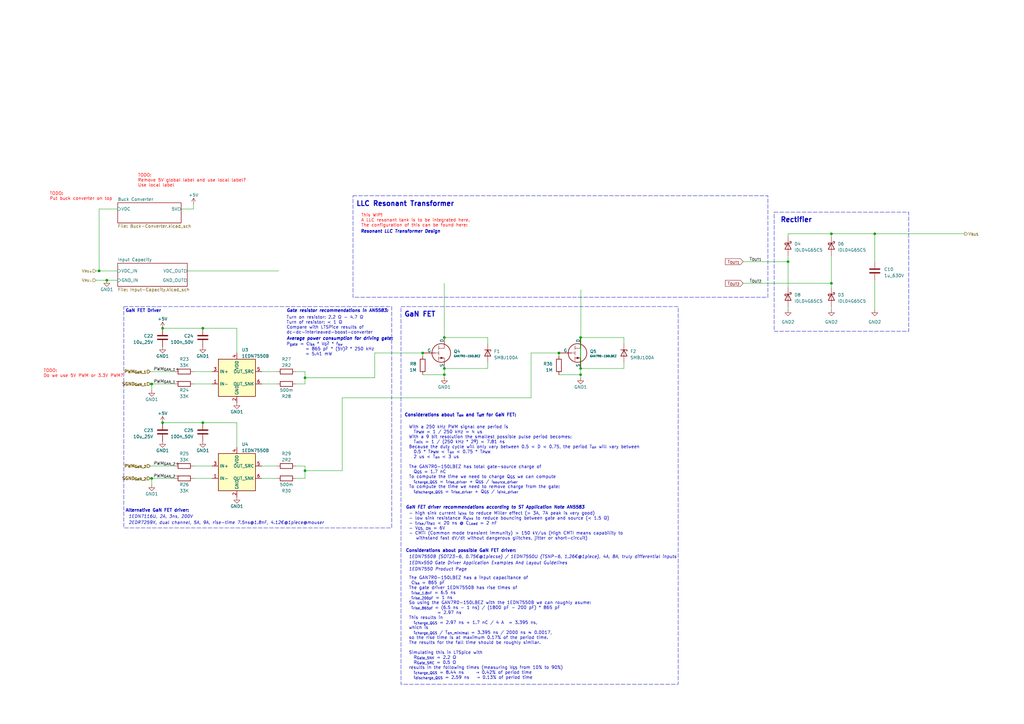
<source format=kicad_sch>
(kicad_sch (version 20231120) (generator "eeschema") (generator_version "8.0")
  (paper "A3")
  (lib_symbols
    (symbol "_C_0603:100n_50V" (pin_numbers hide) (pin_names (offset 0.254))
      (property "Reference" "C" (at 0.635 2.54 0))
      (property "Value" "100n_50V" (at 0.635 -2.54 0))
      (symbol "100n_50V_0_1"
        (polyline (pts (xy -2.032 -0.762) (xy 2.032 -0.762)) (stroke (width 0.508)))
        (polyline (pts (xy -2.032 0.762) (xy 2.032 0.762)) (stroke (width 0.508)))
      )
      (symbol "100n_50V_1_1"
        (pin passive line (at 0 3.81 270) (length 2.794) (name "~") (number "1"))
        (pin passive line (at 0 -3.81 90) (length 2.794) (name "~") (number "2"))
      )
    )
    (symbol "_C_0805:10u_25V" (pin_numbers hide) (pin_names (offset 0.254))
      (property "Reference" "C" (at 0.635 2.54 0))
      (property "Value" "10u_25V" (at 0.635 -2.54 0))
      (symbol "10u_25V_0_1"
        (polyline (pts (xy -2.032 -0.762) (xy 2.032 -0.762)) (stroke (width 0.508)))
        (polyline (pts (xy -2.032 0.762) (xy 2.032 0.762)) (stroke (width 0.508)))
      )
      (symbol "10u_25V_1_1"
        (pin passive line (at 0 3.81 270) (length 2.794) (name "~") (number "1"))
        (pin passive line (at 0 -3.81 90) (length 2.794) (name "~") (number "2"))
      )
    )
    (symbol "_C_Film:1u_630V" (pin_numbers hide) (pin_names (offset 0.254))
      (property "Reference" "C" (at 0.635 2.54 0))
      (property "Value" "1u_630V" (at 0.635 -2.54 0))
      (symbol "1u_630V_0_1"
        (polyline (pts (xy -2.032 -0.762) (xy 2.032 -0.762)) (stroke (width 0.508)))
        (polyline (pts (xy -2.032 0.762) (xy 2.032 0.762)) (stroke (width 0.508)))
      )
      (symbol "1u_630V_1_1"
        (pin passive line (at 0 3.81 270) (length 2.794) (name "~") (number "1"))
        (pin passive line (at 0 -3.81 90) (length 2.794) (name "~") (number "2"))
      )
    )
    (symbol "_Diode_Schottky:IDL04G65C5" (pin_numbers hide) (pin_names (offset 1.016) hide)
      (property "Reference" "D" (at 0 2.54 0))
      (property "Value" "IDL04G65C5" (at 0 -2.54 0))
      (symbol "IDL04G65C5_0_1"
        (polyline (pts (xy 1.27 0) (xy -1.27 0)))
        (polyline (pts (xy 1.27 1.27) (xy 1.27 -1.27) (xy -1.27 0) (xy 1.27 1.27)) (stroke (width 0.254)))
        (polyline (pts (xy -1.905 0.635) (xy -1.905 1.27) (xy -1.27 1.27) (xy -1.27 -1.27) (xy -0.635 -1.27) (xy -0.635 -0.635)) (stroke (width 0.254)))
      )
      (symbol "IDL04G65C5_1_1"
        (pin passive line (at -3.81 0 0) (length 2.54) (name "K") (number "1"))
        (pin passive line (at 3.81 0 180) (length 2.54) (name "A") (number "2"))
      )
    )
    (symbol "_Diode_TVS:SMBJ100A" (pin_numbers hide) (pin_names (offset 1.016) hide)
      (property "Reference" "F" (at 0 2.54 0))
      (property "Value" "SMBJ100A" (at 0 -2.54 0))
      (symbol "SMBJ100A_0_1"
        (polyline (pts (xy 1.27 0) (xy -1.27 0)))
        (polyline (pts (xy -1.27 -1.27) (xy -1.27 1.27) (xy -0.762 1.27)) (stroke (width 0.254)))
        (polyline (pts (xy 1.27 -1.27) (xy 1.27 1.27) (xy -1.27 0) (xy 1.27 -1.27)) (stroke (width 0.254)))
      )
      (symbol "SMBJ100A_1_1"
        (pin passive line (at -3.81 0 0) (length 2.54) (name "K") (number "1"))
        (pin passive line (at 3.81 0 180) (length 2.54) (name "A") (number "2"))
      )
    )
    (symbol "_Driver_FET:1EDN7550B"
      (property "Reference" "U" (at -7.62 8.89 0))
      (property "Value" "1EDN7550B" (at 1.27 8.89 0))
      (symbol "1EDN7550B_0_1"
        (rectangle (start -7.62 -7.62) (end 7.62 7.62) (stroke (width 0.254)) (fill (type background)))
      )
      (symbol "1EDN7550B_1_1"
        (pin input line (at -10.16 -2.54 0) (length 2.54) (name "IN-") (number "1"))
        (pin power_in line (at 0 -10.16 90) (length 2.54) (name "GND") (number "2"))
        (pin input line (at -10.16 2.54 0) (length 2.54) (name "IN+") (number "3"))
        (pin power_in line (at 0 10.16 270) (length 2.54) (name "VDD") (number "4"))
        (pin output line (at 10.16 2.54 180) (length 2.54) (name "OUT_SRC") (number "5"))
        (pin output line (at 10.16 -2.54 180) (length 2.54) (name "OUT_SNK") (number "6"))
      )
    )
    (symbol "_R_0603:1M" (pin_numbers hide) (pin_names (offset 0))
      (property "Reference" "R" (at 2.032 0 90))
      (property "Value" "1M" (at 0 0 90))
      (symbol "1M_0_1"
        (rectangle (start -1.016 -2.54) (end 1.016 2.54) (stroke (width 0.254)))
      )
      (symbol "1M_1_1"
        (pin passive line (at 0 3.81 270) (length 1.27) (name "~") (number "1"))
        (pin passive line (at 0 -3.81 90) (length 1.27) (name "~") (number "2"))
      )
    )
    (symbol "_R_0603:2R2" (pin_numbers hide) (pin_names (offset 0))
      (property "Reference" "R" (at 2.032 0 90))
      (property "Value" "2R2" (at 0 0 90))
      (symbol "2R2_0_1"
        (rectangle (start -1.016 -2.54) (end 1.016 2.54) (stroke (width 0.254)))
      )
      (symbol "2R2_1_1"
        (pin passive line (at 0 3.81 270) (length 1.27) (name "~") (number "1"))
        (pin passive line (at 0 -3.81 90) (length 1.27) (name "~") (number "2"))
      )
    )
    (symbol "_R_0603:33K" (pin_numbers hide) (pin_names (offset 0))
      (property "Reference" "R" (at 2.032 0 90))
      (property "Value" "33K" (at 0 0 90))
      (symbol "33K_0_1"
        (rectangle (start -1.016 -2.54) (end 1.016 2.54) (stroke (width 0.254)))
      )
      (symbol "33K_1_1"
        (pin passive line (at 0 3.81 270) (length 1.27) (name "~") (number "1"))
        (pin passive line (at 0 -3.81 90) (length 1.27) (name "~") (number "2"))
      )
    )
    (symbol "_R_0603:500m" (pin_numbers hide) (pin_names (offset 0))
      (property "Reference" "R" (at 2.032 0 90))
      (property "Value" "500m" (at 0 0 90))
      (symbol "500m_0_1"
        (rectangle (start -1.016 -2.54) (end 1.016 2.54) (stroke (width 0.254)))
      )
      (symbol "500m_1_1"
        (pin passive line (at 0 3.81 270) (length 1.27) (name "~") (number "1"))
        (pin passive line (at 0 -3.81 90) (length 1.27) (name "~") (number "2"))
      )
    )
    (symbol "_Transistor_FET:GAN7R0-150LBEZ" (pin_numbers hide) (pin_names (offset 0))
      (property "Reference" "Q" (at 5.715 0.635 0))
      (property "Value" "GAN7R0-150LBEZ" (at 5.715 -1.905 0))
      (symbol "GAN7R0-150LBEZ_0_1"
        (polyline (pts (xy -0.762 0) (xy 0.254 0)))
        (polyline (pts (xy 0.254 3.048) (xy 0.254 -3.302)) (stroke (width 0) (type dash)))
        (polyline (pts (xy 2.54 -3.302) (xy 2.54 -3.81)))
        (polyline (pts (xy 2.54 3.048) (xy 2.54 3.556)))
        (polyline (pts (xy 2.54 -3.302) (xy 2.54 -2.032) (xy 0.254 -2.032)))
        (polyline (pts (xy 2.54 3.048) (xy 2.54 1.905) (xy 0.254 1.905)))
        (polyline (pts (xy 2.032 -2.032) (xy 1.016 -1.651) (xy 1.016 -2.413) (xy 2.032 -2.032)) (fill (type outline)))
        (circle (center 1.27 0) (radius 3.8185) (stroke (width 0.254)))
      )
      (symbol "GAN7R0-150LBEZ_1_1"
        (pin passive line (at 2.54 6.35 270) (length 2.54) (name "D") (number "1"))
        (pin input line (at -6.35 0 0) (length 5.334) (name "G") (number "2"))
        (pin passive line (at 2.54 -6.35 90) (length 2.54) (name "S") (number "3"))
      )
    )
    (symbol "power:+5V" (power) (pin_names (offset 0))
      (property "Value" "+5V" (at 0 3.556 0))
      (symbol "+5V_0_1"
        (polyline (pts (xy -0.762 1.27) (xy 0 2.54)))
        (polyline (pts (xy 0 0) (xy 0 2.54)))
        (polyline (pts (xy 0 2.54) (xy 0.762 1.27)))
      )
      (symbol "+5V_1_1"
        (pin power_in line (at 0 0 90) (length 0) hide (name "+5V") (number "1"))
      )
    )
    (symbol "power:GND1" (power) (pin_names (offset 0))
      (property "Value" "GND1" (at 0 -3.81 0))
      (symbol "GND1_0_1"
        (polyline (pts (xy 0 0) (xy 0 -1.27) (xy 1.27 -1.27) (xy 0 -2.54) (xy -1.27 -1.27) (xy 0 -1.27)))
      )
      (symbol "GND1_1_1"
        (pin power_in line (at 0 0 270) (length 0) hide (name "GND1") (number "1"))
      )
    )
    (symbol "power:GND2" (power) (pin_names (offset 0))
      (property "Value" "GND2" (at 0 -3.81 0))
      (symbol "GND2_0_1"
        (polyline (pts (xy 0 0) (xy 0 -1.27) (xy 1.27 -1.27) (xy 0 -2.54) (xy -1.27 -1.27) (xy 0 -1.27)))
      )
      (symbol "GND2_1_1"
        (pin power_in line (at 0 0 270) (length 0) hide (name "GND2") (number "1"))
      )
    )
  )
  (junction (at 238.125 153.67))
  (junction (at 229.235 144.78))
  (junction (at 43.815 114.935))
  (junction (at 340.995 95.885))
  (junction (at 182.245 153.67))
  (junction (at 66.675 173.355))
  (junction (at 182.245 138.43))
  (junction (at 62.23 196.215))
  (junction (at 62.23 157.48))
  (junction (at 358.775 95.885))
  (junction (at 323.215 107.315))
  (junction (at 173.355 144.78))
  (junction (at 238.125 138.43))
  (junction (at 125.095 193.04))
  (junction (at 125.095 154.94))
  (junction (at 83.185 134.62))
  (junction (at 66.675 134.62))
  (junction (at 182.245 151.13))
  (junction (at 40.64 111.125))
  (junction (at 83.185 173.355))
  (junction (at 340.995 116.205))
  (junction (at 238.125 151.13))
  (wire (pts (xy 323.215 95.885) (xy 323.215 97.155)))
  (wire (pts (xy 61.595 191.135) (xy 71.755 191.135)))
  (wire (pts (xy 323.215 107.315) (xy 323.215 104.775)))
  (wire (pts (xy 238.252 151.257) (xy 237.998 151.257)))
  (wire (pts (xy 153.67 144.78) (xy 153.67 154.94)))
  (wire (pts (xy 340.995 116.205) (xy 340.995 118.11)))
  (wire (pts (xy 238.252 118.872) (xy 238.252 151.257)))
  (wire (pts (xy 358.775 95.885) (xy 358.775 107.315)))
  (wire (pts (xy 79.375 83.82) (xy 79.375 85.725)))
  (wire (pts (xy 79.375 191.135) (xy 86.995 191.135)))
  (wire (pts (xy 97.155 134.62) (xy 97.155 144.78)))
  (wire (pts (xy 200.025 140.97) (xy 200.025 138.43)))
  (wire (pts (xy 200.025 138.43) (xy 182.245 138.43)))
  (wire (pts (xy 182.245 154.94) (xy 182.245 153.67)))
  (wire (pts (xy 61.595 152.4) (xy 71.755 152.4)))
  (wire (pts (xy 107.315 196.215) (xy 113.665 196.215)))
  (wire (pts (xy 182.245 116.205) (xy 182.245 138.43)))
  (wire (pts (xy 173.355 144.78) (xy 173.355 146.05)))
  (wire (pts (xy 340.995 95.885) (xy 358.775 95.885)))
  (wire (pts (xy 182.245 151.13) (xy 200.025 151.13)))
  (wire (pts (xy 340.995 125.73) (xy 340.995 127)))
  (wire (pts (xy 107.315 191.135) (xy 113.665 191.135)))
  (wire (pts (xy 238.125 151.13) (xy 255.905 151.13)))
  (wire (pts (xy 323.215 107.315) (xy 323.215 118.11)))
  (wire (pts (xy 40.64 85.725) (xy 48.26 85.725)))
  (wire (pts (xy 79.375 157.48) (xy 86.995 157.48)))
  (wire (pts (xy 107.315 152.4) (xy 113.665 152.4)))
  (wire (pts (xy 83.185 173.355) (xy 97.155 173.355)))
  (wire (pts (xy 125.095 154.94) (xy 125.095 157.48)))
  (wire (pts (xy 121.285 191.135) (xy 125.095 191.135)))
  (wire (pts (xy 255.905 138.43) (xy 255.905 140.97)))
  (wire (pts (xy 217.805 163.195) (xy 217.805 144.78)))
  (wire (pts (xy 121.285 152.4) (xy 125.095 152.4)))
  (wire (pts (xy 62.23 157.48) (xy 61.595 157.48)))
  (wire (pts (xy 125.095 193.04) (xy 125.095 196.215)))
  (wire (pts (xy 66.675 134.62) (xy 83.185 134.62)))
  (wire (pts (xy 237.998 151.257) (xy 237.998 138.43)))
  (wire (pts (xy 97.155 173.355) (xy 97.155 183.515)))
  (wire (pts (xy 125.095 191.135) (xy 125.095 193.04)))
  (wire (pts (xy 40.64 111.125) (xy 48.26 111.125)))
  (wire (pts (xy 304.8 116.205) (xy 340.995 116.205)))
  (wire (pts (xy 83.185 134.62) (xy 97.155 134.62)))
  (wire (pts (xy 125.095 193.04) (xy 140.335 193.04)))
  (wire (pts (xy 323.215 125.73) (xy 323.215 127)))
  (wire (pts (xy 79.375 152.4) (xy 86.995 152.4)))
  (wire (pts (xy 121.285 196.215) (xy 125.095 196.215)))
  (wire (pts (xy 173.355 153.67) (xy 182.245 153.67)))
  (wire (pts (xy 125.095 154.94) (xy 125.095 152.4)))
  (wire (pts (xy 107.315 157.48) (xy 113.665 157.48)))
  (wire (pts (xy 217.805 144.78) (xy 229.235 144.78)))
  (wire (pts (xy 121.285 157.48) (xy 125.095 157.48)))
  (wire (pts (xy 39.37 114.935) (xy 43.815 114.935)))
  (wire (pts (xy 62.23 157.48) (xy 71.755 157.48)))
  (wire (pts (xy 255.905 151.13) (xy 255.905 148.59)))
  (wire (pts (xy 39.37 111.125) (xy 40.64 111.125)))
  (wire (pts (xy 62.23 196.215) (xy 61.595 196.215)))
  (wire (pts (xy 40.64 111.125) (xy 40.64 85.725)))
  (wire (pts (xy 229.235 144.78) (xy 229.235 146.05)))
  (wire (pts (xy 140.335 193.04) (xy 140.335 163.195)))
  (wire (pts (xy 71.755 196.215) (xy 62.23 196.215)))
  (wire (pts (xy 62.23 198.755) (xy 62.23 196.215)))
  (wire (pts (xy 238.125 154.94) (xy 238.125 153.67)))
  (wire (pts (xy 304.8 107.315) (xy 323.215 107.315)))
  (wire (pts (xy 200.025 148.59) (xy 200.025 151.13)))
  (wire (pts (xy 43.815 114.935) (xy 48.26 114.935)))
  (wire (pts (xy 62.23 160.02) (xy 62.23 157.48)))
  (wire (pts (xy 323.215 95.885) (xy 340.995 95.885)))
  (wire (pts (xy 238.125 151.13) (xy 238.125 153.67)))
  (wire (pts (xy 76.835 111.125) (xy 114.3 111.125)))
  (wire (pts (xy 66.675 173.355) (xy 83.185 173.355)))
  (wire (pts (xy 358.775 95.885) (xy 395.605 95.885)))
  (wire (pts (xy 340.995 95.885) (xy 340.995 97.155)))
  (wire (pts (xy 125.095 154.94) (xy 153.67 154.94)))
  (wire (pts (xy 153.67 144.78) (xy 173.355 144.78)))
  (wire (pts (xy 238.125 138.43) (xy 255.905 138.43)))
  (wire (pts (xy 79.375 196.215) (xy 86.995 196.215)))
  (wire (pts (xy 229.235 153.67) (xy 238.125 153.67)))
  (wire (pts (xy 140.335 163.195) (xy 217.805 163.195)))
  (wire (pts (xy 79.375 85.725) (xy 74.295 85.725)))
  (wire (pts (xy 340.995 104.775) (xy 340.995 116.205)))
  (wire (pts (xy 237.998 138.43) (xy 238.125 138.43)))
  (wire (pts (xy 358.775 114.935) (xy 358.775 127)))
  (wire (pts (xy 182.245 153.67) (xy 182.245 151.13)))
  (rectangle (start 317.5 86.995) (end 372.745 135.89) (stroke (width 0) (type dash)))
  (rectangle (start 144.78 80.264) (end 314.96 121.92) (stroke (width 0) (type dash)))
  (rectangle (start 164.465 125.73) (end 278.13 280.67) (stroke (width 0) (type dash)))
  (rectangle (start 50.8 125.73) (end 160.655 216.535) (stroke (width 0) (type dash)))
  (text "Turn on resistor: 2.2 Ω - 4.7 Ω\nTurn of resistor: < 1 Ω\nCompare with LTSPice results of\ndc-dc-interleaved-boost-converter" (at 117.475 137.16 0) (effects (font (size 1.27 1.27)) (justify left bottom)))
  (text "GaN FET" (at 165.735 130.175 0) (effects (font (size 2 2) (bold yes)) (justify left bottom)))
  (text "1EDN7116U, 2A, 3ns, 200V" (at 52.705 212.725 0) (effects (font (size 1.27 1.27) (italic yes)) (justify left bottom)))
  (text "TODO:\nRemove 5V global label and use local label?\nUse local label" (at 56.515 76.835 0) (effects (font (size 1.27 1.27)) (justify left bottom)))
  (text "1EDNx550 Gate Driver Application Examples And Layout Guidelines" (at 167.64 231.775 0) (effects (font (size 1.27 1.27) (italic yes)) (justify left bottom)))
  (text "GaN FET Driver" (at 51.435 128.27 0) (effects (font (size 1.27 1.27) (bold yes)) (justify left bottom)))
  (text "Gate resistor recommendations in AN5583:" (at 117.475 128.27 0) (effects (font (size 1.27 1.27) (thickness 0.254) (bold yes) (italic yes)) (justify left bottom)))
  (text "Rectifier" (at 320.04 91.44 0) (effects (font (size 2 2) (bold yes)) (justify left bottom)))
  (text "Considerations about T_{on} and T_{off} for GaN FET:" (at 165.862 171.069 0) (effects (font (size 1.27 1.27) (thickness 0.254) (bold yes)) (justify left bottom)))
  (text "Resonant LLC Transformer Design" (at 147.828 95.758 0) (effects (font (size 1.27 1.27) (thickness 0.254) (bold yes) (italic yes)) (justify left bottom)))
  (text "TODO:\nPut buck converter on top" (at 20.32 82.296 0) (effects (font (size 1.27 1.27)) (justify left bottom)))
  (text "GaN FET driver recommendations according to ST Application Note AN5583" (at 166.37 208.915 0) (effects (font (size 1.27 1.27) (thickness 0.254) (bold yes) (italic yes)) (justify left bottom)))
  (text "- high sink current I_{sink} to reduce Miller effect (> 3A, 7A peak is very good)\n- low sink resistance R_{sink} to reduce bouncing between gate and source (< 1.5 Ω)\n- t_{rise}/t_{fall} < 20 ns @ C_{Load} = 2 nF\n- V_{GS, ON} = 6V\n- CMTI (Common mode transient immunity) > 150 kV/us (High CMTI means capability to \n   withstand fast dV/dt without dangerous glitches, jitter or short-circuit)" (at 167.64 221.615 0) (effects (font (size 1.27 1.27)) (justify left bottom)))
  (text "Average power consumption for driving gate:" (at 117.475 139.7 0) (effects (font (size 1.27 1.27) (thickness 0.254) (bold yes) (italic yes)) (justify left bottom)))
  (text "The GAN7R0-150LBEZ has a input capacitance of \n C_{iss} = 865 pF\nThe gate driver 1EDN7550B has rise times of\n t_{rise_1.8nF} = 6.5 ns\n t_{rise_200pF} = 1 ns\nSo using the GAN7R0-150LBEZ with the 1EDN7550B we can roughly asume:\n t_{rise_865pf} = (6.5 ns - 1 ns) / (1800 pF - 200 pF) * 865 pF  \n            = 2.97 ns\nThis results in\n  t_{charge_QGS} = 2.97 ns + 1.7 nC / 4 A  = 3.395 ns,\nwhich is\n  t_{charge_QGS} / T_{on_minimal} = 3.395 ns / 2000 ns ≈ 0.0017,\nso the rise time is at maximum 0.17% of the period time.\nThe results for the fall time should be roughly similar.\n\nSimulating this in LTSpice with\n  R_{Gate_SNK} = 2.2 Ω\n  R_{Gate_SRC} = 0.5 Ω\nresults in the following times (measuring V_{GS} from 10% to 90%)\n  t_{charge_QGS} = 8.44 ns     → 0.42% of period time\n  t_{discharge_QGS} = 2.59 ns   → 0.13% of period time" (at 167.64 278.765 0) (effects (font (size 1.27 1.27)) (justify left bottom)))
  (text "Alternative GaN FET driver:" (at 51.435 210.185 0) (effects (font (size 1.27 1.27) (thickness 0.254) (bold yes)) (justify left bottom)))
  (text "TODO:\nDo we use 5V PWM or 3.3V PWM?" (at 17.78 154.94 0) (effects (font (size 1.27 1.27)) (justify left bottom)))
  (text "1EDN7550 Product Page" (at 167.64 234.315 0) (effects (font (size 1.27 1.27) (italic yes)) (justify left bottom)))
  (text "Considerations about possible GaN FET driver:" (at 166.37 226.695 0) (effects (font (size 1.27 1.27) (thickness 0.254) (bold yes)) (justify left bottom)))
  (text "1EDN7550B (SOT23-6, 0.75€@1piecse) / 1EDN7550U (TSNP-6, 1.26€@1piece), 4A, 8A, truly differential inputs" (at 167.64 229.235 0) (effects (font (size 1.27 1.27) (italic yes)) (justify left bottom)))
  (text "P_{gate} = C_{iss} * V_{G}^{2} * f_{sw}\n        = 865 pF * (5V)^{2} * 250 kHz\n        = 5.41 mW" (at 117.475 146.05 0) (effects (font (size 1.27 1.27)) (justify left bottom)))
  (text "LLC Resonant Transformer" (at 146.05 84.836 0) (effects (font (size 2 2) (bold yes)) (justify left bottom)))
  (text "2EDR7259X, dual channel, 5A, 9A, rise-time 7.5ns@1.8nF, 4.12€@1piece@mouser" (at 52.705 215.265 0) (effects (font (size 1.27 1.27) (italic yes)) (justify left bottom)))
  (text "This WIP!\nA LLC resonant tank is to be integrated here.\nThe configuration of this can be found here:" (at 148.082 93.218 0) (effects (font (size 1.27 1.27)) (justify left bottom)))
  (text "With a 250 kHz PWM signal one period is\n  T_{PWM} = 1 / 250 kHz = 4 us\nWith a 9 bit resolution the smallest possible pulse period becomes:\n  T_{min} = 1 / (250 kHz * 2^{9}) = 7.81 ns\nBecause the duty cycle will only vary between 0.5 < D < 0.75, the period T_{on} will vary between\n  0.5 * T_{PWM} < T_{on} < 0.75 * T_{PWM}\n  2 us < T_{on} < 3 us\n\nThe GAN7R0-150LBEZ has total gate-source charge of \n  Q_{GS} = 1.7 nC\nTo compute the time we need to charge Q_{GS} we can compute\n  t_{charge_QGS} = t_{rise_driver} + Q_{GS} / I_{source_driver}\nTo compute the time we need to remove charge from the gate:\n  t_{discharge_QGS} = t_{rise_driver} + Q_{GS} / I_{sink_driver}\n" (at 167.64 202.565 0) (effects (font (size 1.27 1.27)) (justify left bottom)))
  (label "PWM_{GAN_1}+" (at 62.865 152.4 0) (effects (font (italic yes))))
  (label "PWM_{GAN_1}-" (at 62.865 157.48 0) (effects (font (italic yes))))
  (label "PWM_{GAN_2}+" (at 62.865 191.135 0) (effects (font (italic yes))))
  (label "T_{OUT1}" (at 307.34 107.315 0))
  (label "T_{OUT2}" (at 307.34 116.205 0))
  (label "PWM_{GAN_2}-" (at 62.865 196.215 0) (effects (font (italic yes))))
  (global_label "T_{OUT1}" (shape input) (at 304.8 107.315 180) (property "Intersheetrefs" "${INTERSHEET_REFS}" (effects (hide yes))))
  (global_label "T_{OUT2}" (shape input) (at 304.8 116.205 180) (property "Intersheetrefs" "${INTERSHEET_REFS}" (effects (hide yes))))
  (hierarchical_label "V_{PV-}" (shape input) (at 39.37 114.935 180))
  (hierarchical_label "V_{BUS}" (shape output) (at 395.605 95.885 0))
  (hierarchical_label "PWM_{GaN_1}" (shape input) (at 61.595 152.4 180) (effects (font (bold yes))))
  (hierarchical_label "SGND_{GaN_1}" (shape input) (at 61.595 157.48 180) (effects (font (bold yes))))
  (hierarchical_label "V_{PV+}" (shape input) (at 39.37 111.125 180))
  (hierarchical_label "SGND_{GaN_2}" (shape input) (at 61.595 196.215 180) (effects (font (bold yes))))
  (hierarchical_label "PWM_{GaN_2}" (shape input) (at 61.595 191.135 180) (effects (font (bold yes))))
  (symbol (lib_id "_C_0603:100n_50V") (at 83.185 177.165 0) (unit 1)
    (property "Reference" "C25" (at 79.375 176.53 0) (effects (justify right)))
    (property "Value" "100n_50V" (at 79.375 179.07 0) (effects (justify right)))
    (property "Footprint" "Capacitor_SMD:C_0603_1608Metric" (effects (hide yes)))
    (property "OC_MOUSER" "810-CGA3E2X7R1H104K" (effects (hide yes)))
  )
  (symbol (lib_id "_Diode_Schottky:IDL04G65C5") (at 340.995 100.965 270) (unit 1)
    (property "Reference" "D6" (at 343.535 100.0125 90) (effects (justify left)))
    (property "Value" "IDL04G65C5" (at 343.535 102.5525 90) (effects (justify left)))
    (property "Footprint" "OpenCE:D_ThinPAK_8x8" (effects (hide yes)))
    (property "Datasheet" "https://www.infineon.com/dgdl/Infineon-IDL04G65C5-DS-v02_00-en.pdf?fileId=db3a304342e8be2c0143000fb94c146a" (effects (hide yes)))
    (property "MF" "infineon" (effects (hide yes)))
    (property "MPN" "IDL04G65C5" (effects (hide yes)))
    (property "OC_MOUSER" "726-IDL04G65C5XUMA2" (effects (hide yes)))
  )
  (symbol (lib_id "_Driver_FET:1EDN7550B") (at 97.155 193.675 0) (unit 1)
    (property "Reference" "U4" (at 99.1109 182.245 0) (effects (justify left)))
    (property "Value" "1EDN7550B" (at 99.1109 184.785 0) (effects (justify left)))
    (property "Footprint" "Package_TO_SOT_SMD:SOT-23-6" (effects (hide yes)))
    (property "Datasheet" "https://www.infineon.com/dgdl/Infineon-1EDN7550B-DS-v02_00-EN.pdf?fileId=5546d46262b31d2e01635d9799ef264f" (effects (hide yes)))
    (property "MF" "Infineon" (effects (hide yes)))
    (property "MPN" "1EDN7550BXTSA1" (effects (hide yes)))
    (property "OC_LCSC" "C3655822" (effects (hide yes)))
    (property "OC_MOUSER" " 726-1EDN7550BXTSA1 " (effects (hide yes)))
  )
  (symbol (lib_id "_R_0603:33K") (at 75.565 157.48 90) (unit 1)
    (property "Reference" "R24" (at 75.565 160.02 90))
    (property "Value" "33K" (at 75.565 162.56 90))
    (property "Footprint" "Resistor_SMD:R_0603_1608Metric" (effects (hide yes)))
    (property "Datasheet" "https://datasheet.lcsc.com/lcsc/2206010230_UNI-ROYAL-Uniroyal-Elec-0603WAF3302T5E_C4216.pdf" (effects (hide yes)))
    (property "MF" "UNI-ROYAL" (effects (hide yes)))
    (property "MPN" "0603WAF3302T5E" (effects (hide yes)))
    (property "OC_LCSC" "C4216" (effects (hide yes)))
    (property "OC_MOUSER" "603-RT0603BRD0733KL" (effects (hide yes)))
  )
  (symbol (lib_id "_R_0603:500m") (at 117.475 196.215 90) (mirror x) (unit 1)
    (property "Reference" "R30" (at 117.475 201.295 90))
    (property "Value" "500m" (at 117.475 198.755 90))
    (property "Footprint" "Resistor_SMD:R_0603_1608Metric" (effects (hide yes)))
    (property "Datasheet" "https://datasheet.lcsc.com/lcsc/2206010000_UNI-ROYAL-Uniroyal-Elec-0603WAF500LT5E_C45312.pdf" (effects (hide yes)))
    (property "MF" "UNI-ROYAL" (effects (hide yes)))
    (property "MPN" "0603WAF500LT5E" (effects (hide yes)))
    (property "OC_LCSC" "C45312" (effects (hide yes)))
  )
  (symbol (lib_id "power:+5V") (at 66.675 173.355 0) (unit 1)
    (property "Reference" "#PWR029" (effects (hide yes)))
    (property "Value" "+5V" (at 66.675 169.545 0))
  )
  (symbol (lib_id "_R_0603:33K") (at 75.565 152.4 90) (unit 1)
    (property "Reference" "R23" (at 75.565 147.32 90))
    (property "Value" "33K" (at 75.565 149.86 90))
    (property "Footprint" "Resistor_SMD:R_0603_1608Metric" (effects (hide yes)))
    (property "Datasheet" "https://datasheet.lcsc.com/lcsc/2206010230_UNI-ROYAL-Uniroyal-Elec-0603WAF3302T5E_C4216.pdf" (effects (hide yes)))
    (property "MF" "UNI-ROYAL" (effects (hide yes)))
    (property "MPN" "0603WAF3302T5E" (effects (hide yes)))
    (property "OC_LCSC" "C4216" (effects (hide yes)))
    (property "OC_MOUSER" "603-RT0603BRD0733KL" (effects (hide yes)))
  )
  (symbol (lib_id "_R_0603:500m") (at 117.475 157.48 90) (mirror x) (unit 1)
    (property "Reference" "R28" (at 117.475 162.56 90))
    (property "Value" "500m" (at 117.475 160.02 90))
    (property "Footprint" "Resistor_SMD:R_0603_1608Metric" (effects (hide yes)))
    (property "Datasheet" "https://datasheet.lcsc.com/lcsc/2206010000_UNI-ROYAL-Uniroyal-Elec-0603WAF500LT5E_C45312.pdf" (effects (hide yes)))
    (property "MF" "UNI-ROYAL" (effects (hide yes)))
    (property "MPN" "0603WAF500LT5E" (effects (hide yes)))
    (property "OC_LCSC" "C45312" (effects (hide yes)))
  )
  (symbol (lib_id "_C_Film:1u_630V") (at 358.775 111.125 0) (unit 1)
    (property "Reference" "C10" (at 362.585 110.49 0) (effects (justify left)))
    (property "Value" "1u_630V" (at 362.585 113.03 0) (effects (justify left)))
    (property "Footprint" "Capacitor_THT:C_Rect_L26.5mm_W8.5mm_P22.50mm_MKS4" (effects (hide yes)))
    (property "Datasheet" "https://www.mouser.de/datasheet/2/315/ABD0000C255-1131244.pdf" (effects (hide yes)))
    (property "MF" "Panasonic" (effects (hide yes)))
    (property "MPN" "ECW-FD2J105J" (effects (hide yes)))
    (property "OC_MOUSER" "667-ECW-FD2J105J" (effects (hide yes)))
  )
  (symbol (lib_id "_C_0603:100n_50V") (at 83.185 138.43 0) (unit 1)
    (property "Reference" "C24" (at 79.375 137.795 0) (effects (justify right)))
    (property "Value" "100n_50V" (at 79.375 140.335 0) (effects (justify right)))
    (property "Footprint" "Capacitor_SMD:C_0603_1608Metric" (effects (hide yes)))
    (property "OC_MOUSER" "810-CGA3E2X7R1H104K" (effects (hide yes)))
  )
  (symbol (lib_id "power:GND1") (at 238.125 154.94 0) (unit 1)
    (property "Reference" "#PWR026" (effects (hide yes)))
    (property "Value" "GND1" (at 238.125 158.75 0))
  )
  (symbol (lib_id "_R_0603:2R2") (at 117.475 152.4 90) (unit 1)
    (property "Reference" "R27" (at 117.475 147.32 90))
    (property "Value" "2R2" (at 117.475 149.86 90))
    (property "Footprint" "Resistor_SMD:R_0603_1608Metric" (effects (hide yes)))
    (property "Datasheet" "https://datasheet.lcsc.com/lcsc/2206010130_UNI-ROYAL-Uniroyal-Elec-0603WAF220KT5E_C22939.pdf" (effects (hide yes)))
    (property "MF" "UNI-ROYAL" (effects (hide yes)))
    (property "MPN" "0603WAF220KT5E" (effects (hide yes)))
    (property "OC_LCSC" "C22939" (effects (hide yes)))
  )
  (symbol (lib_id "power:GND1") (at 62.23 198.755 0) (unit 1)
    (property "Reference" "#PWR038" (effects (hide yes)))
    (property "Value" "GND1" (at 62.23 202.565 0))
  )
  (symbol (lib_id "power:GND1") (at 83.185 180.975 0) (unit 1)
    (property "Reference" "#PWR033" (effects (hide yes)))
    (property "Value" "GND1" (at 83.185 184.785 0))
  )
  (symbol (lib_id "power:GND1") (at 97.155 203.835 0) (unit 1)
    (property "Reference" "#PWR035" (effects (hide yes)))
    (property "Value" "GND1" (at 97.155 207.645 0))
  )
  (symbol (lib_id "_Diode_TVS:SMBJ100A") (at 255.905 144.78 270) (unit 1)
    (property "Reference" "F2" (at 258.445 144.145 90) (effects (justify left)))
    (property "Value" "SMBJ100A" (at 258.445 146.685 90) (effects (justify left)))
    (property "Footprint" "Diode_SMD:D_SMB" (effects (hide yes)))
    (property "Datasheet" "https://www.mouser.de/datasheet/2/240/Littelfuse_TVS_Diode_SMBJ_Datasheet_pdf-1108540.pdf" (effects (hide yes)))
    (property "MF" "Littelfuse" (effects (hide yes)))
    (property "MPN" "SMBJ100A" (effects (hide yes)))
    (property "OC_LCSC" "C151249" (effects (hide yes)))
    (property "OC_MOUSER" "576-SMBJ100A" (effects (hide yes)))
  )
  (symbol (lib_id "power:GND2") (at 358.775 127 0) (unit 1)
    (property "Reference" "#PWR014" (effects (hide yes)))
    (property "Value" "GND2" (at 358.775 132.08 0))
  )
  (symbol (lib_id "_Transistor_FET:GAN7R0-150LBEZ") (at 179.705 144.78 0) (unit 1)
    (property "Reference" "Q4" (at 186.055 144.145 0) (effects (justify left)))
    (property "Value" "GAN7R0-150LBEZ" (at 186.055 146.05 0) (effects (font (size 0.8 0.8)) (justify left)))
    (property "Footprint" "OpenCE:SOT8073-1" (effects (hide yes)))
    (property "Datasheet" "https://assets.nexperia.com/documents/data-sheet/GAN7R0-150LBE.pdf" (effects (hide yes)))
    (property "MF" "Nexperia" (effects (hide yes)))
    (property "MPN" "GAN7R0-150LBEZ" (effects (hide yes)))
    (property "OC_MOUSER" "771-GAN7R0-150LBEZ" (effects (hide yes)))
  )
  (symbol (lib_id "power:+5V") (at 79.375 83.82 0) (unit 1)
    (property "Reference" "#PWR043" (effects (hide yes)))
    (property "Value" "+5V" (at 79.375 80.01 0))
  )
  (symbol (lib_id "power:GND1") (at 182.245 154.94 0) (unit 1)
    (property "Reference" "#PWR022" (effects (hide yes)))
    (property "Value" "GND1" (at 182.245 158.75 0))
  )
  (symbol (lib_id "power:GND1") (at 97.155 165.1 0) (unit 1)
    (property "Reference" "#PWR034" (effects (hide yes)))
    (property "Value" "GND1" (at 97.155 168.91 0))
  )
  (symbol (lib_id "_R_0603:33K") (at 75.565 196.215 90) (unit 1)
    (property "Reference" "R26" (at 75.565 198.755 90))
    (property "Value" "33K" (at 75.565 201.295 90))
    (property "Footprint" "Resistor_SMD:R_0603_1608Metric" (effects (hide yes)))
    (property "Datasheet" "https://datasheet.lcsc.com/lcsc/2206010230_UNI-ROYAL-Uniroyal-Elec-0603WAF3302T5E_C4216.pdf" (effects (hide yes)))
    (property "MF" "UNI-ROYAL" (effects (hide yes)))
    (property "MPN" "0603WAF3302T5E" (effects (hide yes)))
    (property "OC_LCSC" "C4216" (effects (hide yes)))
    (property "OC_MOUSER" "603-RT0603BRD0733KL" (effects (hide yes)))
  )
  (symbol (lib_id "_Transistor_FET:GAN7R0-150LBEZ") (at 235.585 144.78 0) (unit 1)
    (property "Reference" "Q5" (at 241.935 144.145 0) (effects (justify left)))
    (property "Value" "GAN7R0-150LBEZ" (at 241.935 146.05 0) (effects (font (size 0.8 0.8)) (justify left)))
    (property "Footprint" "OpenCE:SOT8073-1" (effects (hide yes)))
    (property "Datasheet" "https://assets.nexperia.com/documents/data-sheet/GAN7R0-150LBE.pdf" (effects (hide yes)))
    (property "MF" "Nexperia" (effects (hide yes)))
    (property "MPN" "GAN7R0-150LBEZ" (effects (hide yes)))
    (property "OC_MOUSER" "771-GAN7R0-150LBEZ" (effects (hide yes)))
  )
  (symbol (lib_id "power:GND1") (at 83.185 142.24 0) (unit 1)
    (property "Reference" "#PWR031" (effects (hide yes)))
    (property "Value" "GND1" (at 83.185 146.05 0))
  )
  (symbol (lib_id "power:GND1") (at 66.675 180.975 0) (unit 1)
    (property "Reference" "#PWR030" (effects (hide yes)))
    (property "Value" "GND1" (at 66.675 184.785 0))
  )
  (symbol (lib_id "_Diode_Schottky:IDL04G65C5") (at 323.215 100.965 270) (unit 1)
    (property "Reference" "D4" (at 325.755 100.0125 90) (effects (justify left)))
    (property "Value" "IDL04G65C5" (at 325.755 102.5525 90) (effects (justify left)))
    (property "Footprint" "OpenCE:D_ThinPAK_8x8" (effects (hide yes)))
    (property "Datasheet" "https://www.infineon.com/dgdl/Infineon-IDL04G65C5-DS-v02_00-en.pdf?fileId=db3a304342e8be2c0143000fb94c146a" (effects (hide yes)))
    (property "MF" "infineon" (effects (hide yes)))
    (property "MPN" "IDL04G65C5" (effects (hide yes)))
    (property "OC_MOUSER" "726-IDL04G65C5XUMA2" (effects (hide yes)))
  )
  (symbol (lib_id "_R_0603:2R2") (at 117.475 191.135 90) (unit 1)
    (property "Reference" "R29" (at 117.475 186.055 90))
    (property "Value" "2R2" (at 117.475 188.595 90))
    (property "Footprint" "Resistor_SMD:R_0603_1608Metric" (effects (hide yes)))
    (property "Datasheet" "https://datasheet.lcsc.com/lcsc/2206010130_UNI-ROYAL-Uniroyal-Elec-0603WAF220KT5E_C22939.pdf" (effects (hide yes)))
    (property "MF" "UNI-ROYAL" (effects (hide yes)))
    (property "MPN" "0603WAF220KT5E" (effects (hide yes)))
    (property "OC_LCSC" "C22939" (effects (hide yes)))
  )
  (symbol (lib_id "_R_0603:33K") (at 75.565 191.135 90) (unit 1)
    (property "Reference" "R25" (at 75.565 186.055 90))
    (property "Value" "33K" (at 75.565 188.595 90))
    (property "Footprint" "Resistor_SMD:R_0603_1608Metric" (effects (hide yes)))
    (property "Datasheet" "https://datasheet.lcsc.com/lcsc/2206010230_UNI-ROYAL-Uniroyal-Elec-0603WAF3302T5E_C4216.pdf" (effects (hide yes)))
    (property "MF" "UNI-ROYAL" (effects (hide yes)))
    (property "MPN" "0603WAF3302T5E" (effects (hide yes)))
    (property "OC_LCSC" "C4216" (effects (hide yes)))
    (property "OC_MOUSER" "603-RT0603BRD0733KL" (effects (hide yes)))
  )
  (symbol (lib_id "_Diode_TVS:SMBJ100A") (at 200.025 144.78 270) (unit 1)
    (property "Reference" "F1" (at 202.565 144.145 90) (effects (justify left)))
    (property "Value" "SMBJ100A" (at 202.565 146.685 90) (effects (justify left)))
    (property "Footprint" "Diode_SMD:D_SMB" (effects (hide yes)))
    (property "Datasheet" "https://www.mouser.de/datasheet/2/240/Littelfuse_TVS_Diode_SMBJ_Datasheet_pdf-1108540.pdf" (effects (hide yes)))
    (property "MF" "Littelfuse" (effects (hide yes)))
    (property "MPN" "SMBJ100A" (effects (hide yes)))
    (property "OC_LCSC" "C151249" (effects (hide yes)))
    (property "OC_MOUSER" "576-SMBJ100A" (effects (hide yes)))
  )
  (symbol (lib_id "_C_0805:10u_25V") (at 66.675 177.165 0) (mirror y) (unit 1)
    (property "Reference" "C23" (at 62.865 176.53 0) (effects (justify left)))
    (property "Value" "10u_25V" (at 62.865 179.07 0) (effects (justify left)))
    (property "Footprint" "Capacitor_SMD:C_0805_2012Metric" (effects (hide yes)))
    (property "Datasheet" "https://product.samsungsem.com/mlcc/CL21A106KAYNNN.do" (effects (hide yes)))
    (property "MF" "Samsung Electro-Mechanics" (effects (hide yes)))
    (property "MPN" "CL21A106KAYNNNE" (effects (hide yes)))
    (property "OC_LCSC" "C15850" (effects (hide yes)))
  )
  (symbol (lib_id "_Diode_Schottky:IDL04G65C5") (at 340.995 121.92 270) (unit 1)
    (property "Reference" "D3" (at 343.535 120.9675 90) (effects (justify left)))
    (property "Value" "IDL04G65C5" (at 343.535 123.5075 90) (effects (justify left)))
    (property "Footprint" "OpenCE:D_ThinPAK_8x8" (effects (hide yes)))
    (property "Datasheet" "https://www.infineon.com/dgdl/Infineon-IDL04G65C5-DS-v02_00-en.pdf?fileId=db3a304342e8be2c0143000fb94c146a" (effects (hide yes)))
    (property "MF" "infineon" (effects (hide yes)))
    (property "MPN" "IDL04G65C5" (effects (hide yes)))
    (property "OC_MOUSER" "726-IDL04G65C5XUMA2" (effects (hide yes)))
  )
  (symbol (lib_id "_C_0805:10u_25V") (at 66.675 138.43 0) (mirror y) (unit 1)
    (property "Reference" "C22" (at 62.865 137.795 0) (effects (justify left)))
    (property "Value" "10u_25V" (at 62.865 140.335 0) (effects (justify left)))
    (property "Footprint" "Capacitor_SMD:C_0805_2012Metric" (effects (hide yes)))
    (property "Datasheet" "https://product.samsungsem.com/mlcc/CL21A106KAYNNN.do" (effects (hide yes)))
    (property "MF" "Samsung Electro-Mechanics" (effects (hide yes)))
    (property "MPN" "CL21A106KAYNNNE" (effects (hide yes)))
    (property "OC_LCSC" "C15850" (effects (hide yes)))
  )
  (symbol (lib_id "_Diode_Schottky:IDL04G65C5") (at 323.215 121.92 270) (unit 1)
    (property "Reference" "D8" (at 325.755 120.9675 90) (effects (justify left)))
    (property "Value" "IDL04G65C5" (at 325.755 123.5075 90) (effects (justify left)))
    (property "Footprint" "OpenCE:D_ThinPAK_8x8" (effects (hide yes)))
    (property "Datasheet" "https://www.infineon.com/dgdl/Infineon-IDL04G65C5-DS-v02_00-en.pdf?fileId=db3a304342e8be2c0143000fb94c146a" (effects (hide yes)))
    (property "MF" "infineon" (effects (hide yes)))
    (property "MPN" "IDL04G65C5" (effects (hide yes)))
    (property "OC_MOUSER" "726-IDL04G65C5XUMA2" (effects (hide yes)))
  )
  (symbol (lib_id "power:+5V") (at 66.675 134.62 0) (unit 1)
    (property "Reference" "#PWR027" (effects (hide yes)))
    (property "Value" "+5V" (at 66.675 130.81 0))
  )
  (symbol (lib_id "power:GND1") (at 43.815 114.935 0) (unit 1)
    (property "Reference" "#PWR025" (effects (hide yes)))
    (property "Value" "GND1" (at 43.815 118.745 0))
  )
  (symbol (lib_id "power:GND1") (at 66.675 142.24 0) (unit 1)
    (property "Reference" "#PWR028" (effects (hide yes)))
    (property "Value" "GND1" (at 66.675 146.05 0))
  )
  (symbol (lib_id "power:GND2") (at 323.215 127 0) (unit 1)
    (property "Reference" "#PWR013" (effects (hide yes)))
    (property "Value" "GND2" (at 323.215 132.08 0))
  )
  (symbol (lib_id "_Driver_FET:1EDN7550B") (at 97.155 154.94 0) (unit 1)
    (property "Reference" "U3" (at 99.1109 143.51 0) (effects (justify left)))
    (property "Value" "1EDN7550B" (at 99.1109 146.05 0) (effects (justify left)))
    (property "Footprint" "Package_TO_SOT_SMD:SOT-23-6" (effects (hide yes)))
    (property "Datasheet" "https://www.infineon.com/dgdl/Infineon-1EDN7550B-DS-v02_00-EN.pdf?fileId=5546d46262b31d2e01635d9799ef264f" (effects (hide yes)))
    (property "MF" "Infineon" (effects (hide yes)))
    (property "MPN" "1EDN7550BXTSA1" (effects (hide yes)))
    (property "OC_LCSC" "C3655822" (effects (hide yes)))
    (property "OC_MOUSER" " 726-1EDN7550BXTSA1 " (effects (hide yes)))
  )
  (symbol (lib_id "_R_0603:1M") (at 173.355 149.86 0) (mirror y) (unit 1)
    (property "Reference" "R8" (at 170.815 149.225 0) (effects (justify left)))
    (property "Value" "1M" (at 170.815 151.765 0) (effects (justify left)))
    (property "Footprint" "Resistor_SMD:R_0603_1608Metric" (effects (hide yes)))
    (property "OC_MOUSER" "603-AC0603FR-071ML" (effects (hide yes)))
  )
  (symbol (lib_id "power:GND1") (at 62.23 160.02 0) (unit 1)
    (property "Reference" "#PWR037" (effects (hide yes)))
    (property "Value" "GND1" (at 62.23 163.83 0))
  )
  (symbol (lib_id "_R_0603:1M") (at 229.235 149.86 0) (mirror y) (unit 1)
    (property "Reference" "R36" (at 226.695 149.225 0) (effects (justify left)))
    (property "Value" "1M" (at 226.695 151.765 0) (effects (justify left)))
    (property "Footprint" "Resistor_SMD:R_0603_1608Metric" (effects (hide yes)))
    (property "OC_MOUSER" "603-AC0603FR-071ML" (effects (hide yes)))
  )
  (symbol (lib_id "power:GND2") (at 340.995 127 0) (unit 1)
    (property "Reference" "#PWR012" (effects (hide yes)))
    (property "Value" "GND2" (at 340.995 132.08 0))
  )
  (sheet (at 48.26 83.185) (size 26.035 8.255) (stroke (width 0.1524))
    (property "Sheetname" "Buck Converter" (at 48.26 82.4734 0) (effects (justify left bottom)))
    (property "Sheetfile" "Buck-Converter.kicad_sch" (at 48.26 92.0246 0) (effects (justify left top)))
    (pin "5V" output (at 74.295 85.725 0))
    (pin "VDC" input (at 48.26 85.725 180))
  )
  (sheet (at 48.26 107.95) (size 28.575 9.525) (stroke (width 0.1524))
    (property "Sheetname" "Input Capacity" (at 48.26 107.2384 0) (effects (justify left bottom)))
    (property "Sheetfile" "Input-Capacity.kicad_sch" (at 48.26 118.0596 0) (effects (justify left top)))
    (pin "GND_IN" input (at 48.26 114.935 180))
    (pin "VDC_IN" input (at 48.26 111.125 180))
    (pin "VDC_OUT" output (at 76.835 111.125 0))
    (pin "GND_OUT" output (at 76.835 114.935 0))
  )
)
</source>
